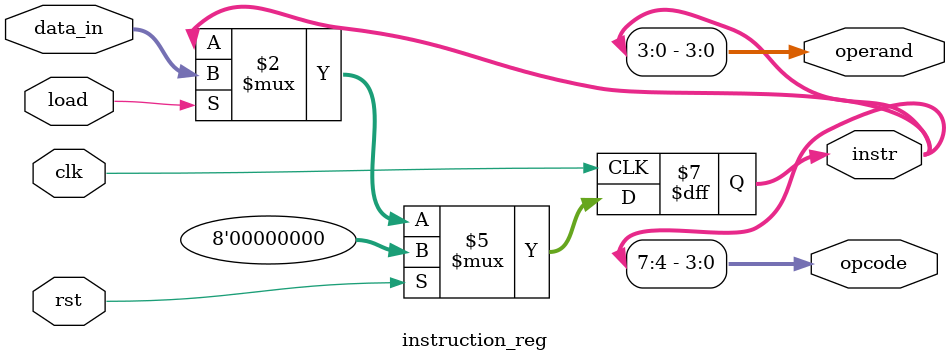
<source format=v>
`timescale 1ns / 1ps

module instruction_reg(
    input wire clk,
    input wire rst,
    input wire load,
    input wire [7:0] data_in,
    output reg [7:0] instr,
    output wire [3:0] opcode,
    output wire [3:0] operand
);

    always @(posedge clk) begin
        if (rst) begin
            instr <= 8'b0;
        end else if (load) begin
            instr <= data_in;
        end
    end

    // split instruction
    assign opcode  = instr[7:4];
    assign operand = instr[3:0];

endmodule

</source>
